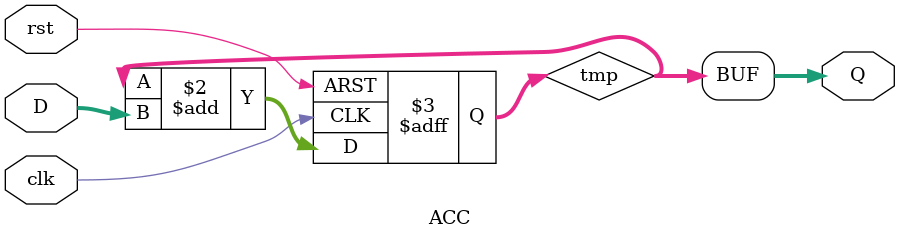
<source format=v>
module ACC(clk, rst, D, Q); 
input clk, rst; 
input  [3:0] D; 
output [3:0] Q; 
reg    [3:0] tmp;  
 
  always @(posedge clk or posedge rst) 
    begin 
      if (rst) 
        tmp = 4'b0000; 
      else 
        tmp = tmp + D; 
    end 
  assign Q = tmp; 
endmodule 
</source>
